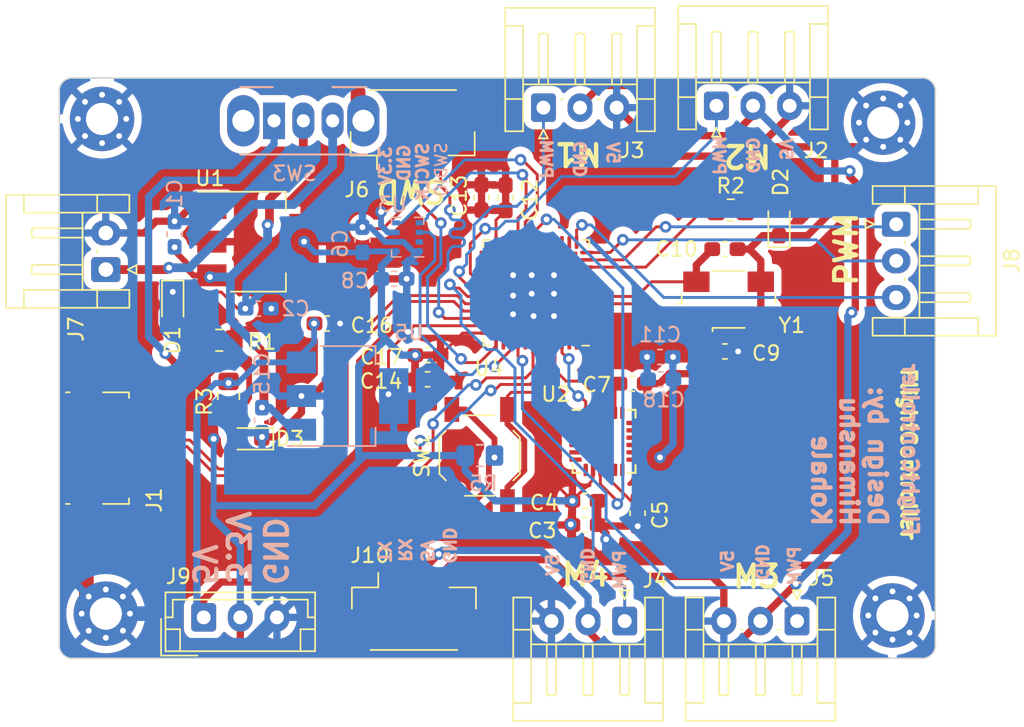
<source format=kicad_pcb>
(kicad_pcb (version 20221018) (generator pcbnew)
  (layers (0 "F.Cu" signal) (31 "B.Cu" signal) (34 "B.Paste" user) (35 "F.Paste" user) (36 "B.SilkS" user "B.Silkscreen") (37 "F.SilkS" user "F.Silkscreen") (38 "B.Mask" user) (39 "F.Mask" user) (44 "Edge.Cuts" user))
  (net 0 "")
  (net 1 "GND")
  (net 2 "Net-(U2-REGOUT)")
  (net 3 "Net-(U2-CPOUT)")
  (net 4 "USB_N")
  (net 5 "USB_P")
  (net 6 "PWM1")
  (net 7 "PWM2")
  (net 8 "PWM3")
  (net 9 "PWM4")
  (net 10 "SYS_JTMS_SWDIO")
  (net 11 "SYS_JTCK_SWCLK")
  (net 12 "Net-(D1-A)")
  (net 13 "Net-(D2-A)")
  (net 15 "PB1")
  (net 16 "Net-(U4-PA0)")
  (net 22 "PB2")
  (net 30 "SCK")
  (net 31 "MISO")
  (net 32 "MOSI")
  (net 34 "PB0")
  (net 44 "POWER")
  (net 45 "3.3V")
  (net 54 "5V")
  (net 55 "Net-(D3-A)")
  (net 56 "USB_POWER")
  (net 57 "12V_DC")
  (net 58 "PWM_E1")
  (net 59 "PWM_E2")
  (net 60 "PWM_E3")
  (net 61 "Net-(R5-Pad1)")
  (net 62 "Net-(U4-BOOT0)")
  (net 63 "SCL_I2C2")
  (net 64 "SDA_I2C2")
  (net 65 "I2C_N")
  (net 66 "I2C_P")
  (net 67 "CKL_P")
  (net 68 "CLK_N")
  (net 69 "UART_N")
  (net 70 "UART_P")
  (footprint "Capacitor_SMD:C_0603_1608Metric_Pad1.08x0.95mm_HandSolder" (layer "F.Cu") (at 118.11 77.343)
    (fp_text reference "C14")
    (fp_text value "100pf" hide)
  )
  (footprint "LED_SMD:LED_0603_1608Metric_Pad1.05x0.95mm_HandSolder" (layer "F.Cu") (at 142.113 66.661 90)
    (fp_text reference "D2")
    (fp_text value "blue" hide)
  )
  (footprint "Package_TO_SOT_SMD:SOT-223-3_TabPin2" (layer "F.Cu") (at 106.528 67.945)
    (fp_text reference "U1")
    (fp_text value "AMS1117-3.3" hide)
  )
  (footprint "Capacitor_SMD:C_0603_1608Metric_Pad1.08x0.95mm_HandSolder" (layer "F.Cu") (at 123.444 64.95 -90)
    (fp_text reference "C12")
    (fp_text value "100pf" hide)
  )
  (footprint "Resistor_SMD:R_0805_2012Metric_Pad1.20x1.40mm_HandSolder" (layer "F.Cu") (at 138.811 65.786)
    (fp_text reference "R2")
    (fp_text value "1k" hide)
  )
  (footprint "MountingHole:MountingHole_2.2mm_M2_Pad_Via" (layer "F.Cu") (at 95.885 59.563)
    (fp_text reference "H3" hide)
    (fp_text value "MountingHole_Pad" hide)
  )
  (footprint "Capacitor_SMD:C_0603_1608Metric_Pad1.08x0.95mm_HandSolder" (layer "F.Cu") (at 128.8665 87.294)
    (fp_text reference "C3")
    (fp_text value "10nf" hide)
  )
  (footprint "Connector_USB:USB_Micro-B_Molex_47346-0001" (layer "F.Cu") (at 96.012 82.042 -90)
    (fp_text reference "J1")
    (fp_text value "USB_B_Mini" hide)
  )
  (footprint "Connector_JST:JST_GH_SM04B-GHS-TB_1x04-1MP_P1.25mm_Horizontal" (layer "F.Cu") (at 117.179 93.265)
    (fp_text reference "J10")
    (fp_text value "Conn_01x04_Pin" hide)
  )
  (footprint "Resistor_SMD:R_0805_2012Metric_Pad1.20x1.40mm_HandSolder" (layer "F.Cu") (at 104.521 78.486 -90)
    (fp_text reference "R3")
    (fp_text value "1k")
  )
  (footprint "MountingHole:MountingHole_2.2mm_M2_Pad_Via" (layer "F.Cu") (at 149.225 59.817)
    (fp_text reference "H4" hide)
    (fp_text value "MountingHole_Pad" hide)
  )
  (footprint "Crystal:Crystal_SMD_0603-4Pin_6.0x3.5mm" (layer "F.Cu") (at 138.668 71.882)
    (fp_text reference "Y1")
    (fp_text value "Crystal_GND23_Small" hide)
  )
  (footprint "Package_DFN_QFN:QFN-48-1EP_7x7mm_P0.5mm_EP5.6x5.6mm" (layer "F.Cu") (at 125.538 71.436 180)
    (fp_text reference "U4")
    (fp_text value "STM32F401CBUx" hide)
  )
  (footprint "Capacitor_SMD:C_0603_1608Metric_Pad1.08x0.95mm_HandSolder" (layer "F.Cu") (at 132.453 86.487 -90)
    (fp_text reference "C5")
    (fp_text value "0.1uf" hide)
  )
  (footprint "Capacitor_SMD:C_0603_1608Metric_Pad1.08x0.95mm_HandSolder" (layer "F.Cu") (at 138.414 68.453)
    (fp_text reference "C10")
    (fp_text value "12pf" hide)
  )
  (footprint "Capacitor_SMD:C_0603_1608Metric_Pad1.08x0.95mm_HandSolder" (layer "F.Cu") (at 128.8665 85.643)
    (fp_text reference "C4")
    (fp_text value "0.1uf" hide)
  )
  (footprint "Connector_JST:JST_GH_BM04B-GHS-TBT_1x04-1MP_P1.25mm_Vertical" (layer "F.Cu") (at 117.094 60.198)
    (fp_text reference "J6")
    (fp_text value "Conn_01x04_Pin" hide)
  )
  (footprint "Capacitor_SMD:C_0603_1608Metric_Pad1.08x0.95mm_HandSolder" (layer "F.Cu") (at 118.1365 75.692)
    (fp_text reference "C17")
    (fp_text value "100pf" hide)
  )
  (footprint "Capacitor_SMD:C_0603_1608Metric_Pad1.08x0.95mm_HandSolder" (layer "F.Cu") (at 138.414 75.438)
    (fp_text reference "C9")
    (fp_text value "12pf" hide)
  )
  (footprint "Button_Switch_SMD:SW_SPST_TL3342" (layer "F.Cu") (at 121.666 82.55 90)
    (fp_text reference "SW1")
    (fp_text value "SW_Push" hide)
  )
  (footprint "Connector_JST:JST_EH_S3B-EH_1x03_P2.50mm_Horizontal" (layer "F.Cu") (at 126.024 58.7935)
    (fp_text reference "J3")
    (fp_text value "Conn_01x03_Male" hide)
  )
  (footprint "Connector_JST:JST_EH_S3B-EH_1x03_P2.50mm_Horizontal" (layer "F.Cu") (at 150.114 66.755 -90)
    (fp_text reference "J8")
    (fp_text value "Conn_01x03_Male" hide)
  )
  (footprint "MountingHole:MountingHole_2.2mm_M2_Pad_Via" (layer "F.Cu") (at 149.86 93.472)
    (fp_text reference "H2" hide)
    (fp_text value "MountingHole_Pad" hide)
  )
  (footprint "Connector_JST:JST_EH_B3B-EH-A_1x03_P2.50mm_Vertical" (layer "F.Cu") (at 102.823 93.599)
    (fp_text reference "J9")
    (fp_text value "Conn_01x03_Male" hide)
  )
  (footprint "Connector_JST:JST_EH_S2B-EH_1x02_P2.50mm_Horizontal" (layer "F.Cu") (at 96.139 69.85 90)
    (fp_text reference "J7")
    (fp_text value "Conn_01x02_Male" hide)
  )
  (footprint "LED_SMD:LED_0603_1608Metric_Pad1.05x0.95mm_HandSolder" (layer "F.Cu") (at 100.711 72.263 -90)
    (fp_text reference "D1")
    (fp_text value "GREEN" hide)
  )
  (footprint "Sensor_Motion:InvenSense_QFN-24_4x4mm_P0.5mm" (layer "F.Cu") (at 130.163 81.579)
    (fp_text reference "U2")
    (fp_text value "MPU-6050" hide)
  )
  (footprint "MountingHole:MountingHole_2.2mm_M2_Pad_Via" (layer "F.Cu") (at 96.14 93.345)
    (fp_text reference "H1" hide)
    (fp_text value "MountingHole_Pad" hide)
  )
  (footprint "Connector_JST:JST_EH_S3B-EH_1x03_P2.50mm_Horizontal" (layer "F.Cu") (at 131.572 93.853 180)
    (fp_text reference "J4")
    (fp_text value "Conn_01x03_Male" hide)
  )
  (footprint "Connector_JST:JST_EH_S3B-EH_1x03_P2.50mm_Horizontal" (layer "F.Cu") (at 143.343 93.853 180)
    (fp_text reference "J5")
    (fp_text value "Conn_01x03_Male" hide)
  )
  (footprint "Capacitor_SMD:C_0603_1608Metric_Pad1.08x0.95mm_HandSolder" (layer "F.Cu") (at 111.252 73.533)
    (fp_text reference "C16")
    (fp_text value "0.1uf" hide)
  )
  (footprint "Capacitor_SMD:C_0603_1608Metric_Pad1.08x0.95mm_HandSolder" (layer "F.Cu") (at 132.08 77.642)
    (fp_text reference "C7")
    (fp_text value "2.2nf" hide)
  )
  (footprint "Connector_JST:JST_EH_S3B-EH_1x03_P2.50mm_Horizontal" (layer "F.Cu") (at 137.835 58.6665)
    (fp_text reference "J2")
    (fp_text value "Conn_01x03_Male" hide)
  )
  (footprint "Resistor_SMD:R_0805_2012Metric_Pad1.20x1.40mm_HandSolder" (layer "F.Cu") (at 103.886 74.676 180)
    (fp_text reference "R1")
    (fp_text value "1k" hide)
  )
  (footprint "Capacitor_SMD:C_0603_1608Metric_Pad1.08x0.95mm_HandSolder" (layer "F.Cu") (at 121.793 64.9235 -90)
    (fp_text reference "C13")
    (fp_text value "100pf" hide)
  )
  (footprint "LED_SMD:LED_0603_1608Metric_Pad1.05x0.95mm_HandSolder" (layer "F.Cu") (at 105.918 81.407 180)
    (fp_text reference "D3")
    (fp_text value "RED" hide)
  )
  (footprint "Capacitor_SMD:C_0603_1608Metric_Pad1.08x0.95mm_HandSolder" (layer "B.Cu") (at 106.553 72.517 180)
    (fp_text reference "C2")
    (fp_text value "0.1uf" hide)
  )
  (footprint "Button_Switch_THT:SW_CuK_OS102011MA1QN1_SPDT_Angled" (layer "B.Cu") (at 107.628 59.69)
    (fp_text reference "SW3")
    (fp_text value "SW_SPDT" hide)
  )
  (footprint "Resistor_SMD:R_0805_2012Metric_Pad1.20x1.40mm_HandSolder" (layer "B.Cu") (at 121.682 82.55 180)
    (fp_text reference "R5")
    (fp_text value "1k")
  )
  (footprint "Package_LGA:Bosch_LGA-8_2x2.5mm_P0.65mm_ClockwisePinNumbering" (layer "B.Cu") (at 116.751 67.635 90)
    (fp_text reference "U3")
    (fp_text value "BMP280" hide)
  )
  (footprint "Capacitor_SMD:C_0603_1608Metric_Pad1.08x0.95mm_HandSolder" (layer "B.Cu") (at 115.824 70.485)
    (fp_text reference "C8")
    (fp_text value "100nf" hide)
  )
  (footprint "Capacitor_SMD:C_0603_1608Metric_Pad1.08x0.95mm_HandSolder" (layer "B.Cu") (at 133.985 75.819 180)
    (fp_text reference "C11")
    (fp_text value "100pf" hide)
  )
  (footprint "Capacitor_SMD:C_0603_1608Metric_Pad1.08x0.95mm_HandSolder" (layer "B.Cu") (at 100.838 67.437 90)
    (fp_text reference "C1")
    (fp_text value "10uf" hide)
  )
  (footprint "Capacitor_SMD:C_0603_1608Metric_Pad1.08x0.95mm_HandSolder" (layer "B.Cu") (at 106.807 80.137 -90)
    (fp_text reference "C15")
    (fp_text value "10uf" hide)
  )
  (footprint "Capacitor_SMD:C_0603_1608Metric_Pad1.08x0.95mm_HandSolder" (layer "B.Cu") (at 134.0355 77.3405 180)
    (fp_text reference "C18")
    (fp_text value "100pf" hide)
  )
  (footprint "Package_TO_SOT_SMD:SOT-223-3_TabPin2" (layer "B.Cu") (at 112.649 78.486)
    (fp_text reference "U5")
    (fp_text value "L7805" hide)
  )
  (footprint "Capacitor_SMD:C_0603_1608Metric_Pad1.08x0.95mm_HandSolder" (layer "B.Cu") (at 113.665 67.818 90)
    (fp_text reference "C6")
    (fp_text value "100nf" hide)
  )
  (gr_arc (start 151.765001 56.769) (mid 152.527 57.023) (end 152.781 57.784999) (stroke (width 0.1)) (layer "Edge.Cuts"))
  (gr_arc (start 92.964 57.784999) (mid 93.218 57.023) (end 93.979999 56.769) (stroke (width 0.1)) (layer "Edge.Cuts"))
  (gr_arc (start 152.781 95.377001) (mid 152.527 96.139) (end 151.765001 96.393) (stroke (width 0.1)) (layer "Edge.Cuts"))
  (gr_line (start 152.781 57.784999) (end 152.781 95.377001) (stroke (width 0.1)) (layer "Edge.Cuts"))
  (gr_line (start 93.979999 56.769) (end 151.765001 56.769) (stroke (width 0.1)) (layer "Edge.Cuts"))
  (gr_line (start 151.765001 96.393) (end 93.979999 96.393) (stroke (width 0.1)) (layer "Edge.Cuts"))
  (gr_line (start 92.964 95.377001) (end 92.964 57.784999) (stroke (width 0.1)) (layer "Edge.Cuts"))
  (gr_arc (start 93.979999 96.393) (mid 93.218 96.139) (end 92.964 95.377001) (stroke (width 0.1)) (layer "Edge.Cuts"))
  (gr_text "5V" (at 139.065 88.9 90) (layer "B.SilkS") (effects (font (size 0.8 0.8) (thickness 0.2) bold) (justify left bottom mirror)))
  (gr_text "SWDIO" (at 119.507 61.087 90) (layer "B.SilkS") (effects (font (size 0.8 0.8) (thickness 0.125) bold) (justify left bottom mirror)))
  (gr_text "GND" (at 106.807 91.567 -90) (layer "B.SilkS") (effects (font (size 1.5 1.5) (thickness 0.3) bold) (justify left bottom mirror)))
  (gr_text "3.3V" (at 115.697 61.341 90) (layer "B.SilkS") (effects (font (size 0.8 0.8) (thickness 0.2) bold) (justify left bottom mirror)))
  (gr_text "PWM\n" (at 125.73 63.754 -90) (layer "B.SilkS") (effects (font (size 0.8 0.8) (thickness 0.2) bold) (justify left bottom mirror)))
  (gr_text "GND" (at 119.126 90.043 -90) (layer "B.SilkS") (effects (font (size 0.8 0.8) (thickness 0.2) bold) (justify left bottom mirror)))
  (gr_text "RX\n" (at 116.078 89.916 -90) (layer "B.SilkS") (effects (font (size 0.8 0.8) (thickness 0.2) bold) (justify left bottom mirror)))
  (gr_text "5V" (at 142.113 62.484 -90) (layer "B.SilkS") (effects (font (size 0.8 0.8) (thickness 0.2) bold) (justify left bottom mirror)))
  (gr_text "PWM\n" (at 137.541 63.5 -90) (layer "B.SilkS") (effects (font (size 0.8 0.8) (thickness 0.2) bold) (justify left bottom mirror)))
  (gr_text "3.3V" (at 104.267 91.44 -90) (layer "B.SilkS") (effects (font (size 1.5 1.5) (thickness 0.3) bold) (justify left bottom mirror)))
  (gr_text "GND" (at 140.843 60.706 90) (layer "B.SilkS") (effects (font (size 0.8 0.8) (thickness 0.2) bold) (justify left bottom mirror)))
  (gr_text "5V" (at 130.302 62.738 -90) (layer "B.SilkS") (effects (font (size 0.8 0.8) (thickness 0.2) bold) (justify left bottom mirror)))
  (gr_text "GND" (at 116.967 61.214 90) (layer "B.SilkS") (effects (font (size 0.8 0.8) (thickness 0.2) bold) (justify left bottom mirror)))
  (gr_text "5V" (at 101.981 91.567 -90) (layer "B.SilkS") (effects (font (size 1.5 1.5) (thickness 0.3) bold) (justify left bottom mirror)))
  (gr_text "Design by:\nHimanshu\nKohale" (at 144.272 87.503 270) (layer "B.SilkS") (effects (font (size 1.2 1.2) (thickness 0.3) bold) (justify left bottom mirror)))
  (gr_text "GND" (at 129.032 60.96 90) (layer "B.SilkS") (effects (font (size 0.8 0.8) (thickness 0.2) bold) (justify left bottom mirror)))
  (gr_text "PWM\n" (at 143.637 88.646 90) (layer "B.SilkS") (effects (font (size 0.8 0.8) (thickness 0.2) bold) (justify left bottom mirror)))
  (gr_text "PWM\n" (at 131.699 88.9 90) (layer "B.SilkS") (effects (font (size 0.8 0.8) (thickness 0.2) bold) (justify left bottom mirror)))
  (gr_text "5V" (at 127.127 89.154 90) (layer "B.SilkS") (effects (font (size 0.8 0.8) (thickness 0.2) bold) (justify left bottom mirror)))
  (gr_text "FlightController\n" (at 150.495 88.138 -90) (layer "B.SilkS") (effects (font (size 1 1) (thickness 0.25) bold) (justify left bottom mirror)))
  (gr_text "5V" (at 117.602 89.916 -90) (layer "B.SilkS") (effects (font (size 0.8 0.8) (thickness 0.2) bold) (justify left bottom mirror)))
  (gr_text "GND" (at 140.462 91.186 -90) (layer "B.SilkS") (effects (font (size 0.8 0.8) (thickness 0.2) bold) (justify left bottom mirror)))
  (gr_text "SWCLK\n" (at 118.237 61.087 90) (layer "B.SilkS") (effects (font (size 0.8 0.8) (thickness 0.2) bold) (justify left bottom mirror)))
  (gr_text "GND" (at 128.524 91.44 -90) (layer "B.SilkS") (effects (font (size 0.8 0.8) (thickness 0.2) bold) (justify left bottom mirror)))
  (gr_text "TX\n" (at 114.681 89.916 -90) (layer "B.SilkS") (effects (font (size 0.8 0.8) (thickness 0.2) bold) (justify left bottom mirror)))
  (gr_text "PWM\n" (at 147.574 71.12 90) (layer "F.SilkS") (effects (font (size 1.5 1.5) (thickness 0.3) bold) (justify left bottom)))
  (gr_text "M4" (at 127.127 91.567) (layer "F.SilkS") (effects (font (size 1.5 1.5) (thickness 0.3) bold) (justify left bottom)))
  (gr_text "M1" (at 130.175 61.087 180) (layer "F.SilkS") (effects (font (size 1.5 1.5) (thickness 0.3) bold) (justify left bottom)))
  (gr_text "FlightController\n" (at 150.368 76.454 -90) (layer "F.SilkS") (effects (font (size 1 1) (thickness 0.25) bold) (justify left bottom)))
  (gr_text "M2\n" (at 141.732 61.214 180) (layer "F.SilkS") (effects (font (size 1.5 1.5) (thickness 0.3) bold) (justify left bottom)))
  (gr_text "M3\n" (at 138.811 91.694) (layer "F.SilkS") (effects (font (size 1.5 1.5) (thickness 0.3) bold) (justify left bottom)))
  (gr_text "SWD" (at 119.507 63.627 180) (layer "F.SilkS") (effects (font (size 1.5 1.5) (thickness 0.3) bold) (justify left bottom)))
  (segment (start 126.572 91.995) (end 127.762 90.805) (width 0.5) (layer "F.Cu") (net 1))
  (segment (start 142.113 67.536) (end 144.046 67.536) (width 0.5) (layer "F.Cu") (net 1))
  (segment (start 138.343 91.607) (end 137.922 91.186) (width 0.5) (layer "F.Cu") (net 1))
  (segment (start 104.027 71.388) (end 100.711 71.388) (width 0.2) (layer "F.Cu") (net 1))
  (segment (start 127.788 74.8735) (end 127.788 73.686) (width 0.2) (layer "F.Cu") (net 1))
  (segment (start 129.729 87.294) (end 130.302 87.867) (width 0.5) (layer "F.Cu") (net 1))
  (segment (start 137.541 90.805) (end 137.922 91.186) (width 0.5) (layer "F.Cu") (net 1))
  (segment (start 116.7765 74.1045) (end 117.195 73.686) (width 0.2) (layer "F.Cu") (net 1))
  (segment (start 139.2765 75.438) (end 139.319 75.438) (width 0.5) (layer "F.Cu") (net 1))
  (segment (start 97.387 83.427) (end 97.387 84.5295) (width 0.4) (layer "F.Cu") (net 1))
  (segment (start 127.762 90.805) (end 137.541 90.805) (width 0.5) (layer "F.Cu") (net 1))
  (segment (start 109.499 79.604) (end 109.499 78.486) (width 0.5) (layer "F.Cu") (net 1))
  (segment (start 140.081 62.103) (end 140.716 61.468) (width 0.5) (layer "F.Cu") (net 1))
  (segment (start 126.288 70.686) (end 125.538 71.436) (width 0.2) (layer "F.Cu") (net 1))
  (segment (start 147.574 61.468) (end 149.225 59.817) (width 0.5) (layer "F.Cu") (net 1))
  (segment (start 115.062 67.056) (end 113.7655 67.056) (width 0.2) (layer "F.Cu") (net 1))
  (segment (start 126.572 93.853) (end 126.572 91.995) (width 0.5) (layer "F.Cu") (net 1))
  (segment (start 145.923 65.659) (end 145.923 61.849) (width 0.5) (layer "F.Cu") (net 1))
  (segment (start 122.1005 73.686) (end 123.288 73.686) (width 0.2) (layer "F.Cu") (net 1))
  (segment (start 99.568 66.548) (end 98.766 67.35) (width 0.5) (layer "F.Cu") (net 1))
  (segment (start 134.62 76.962) (end 137.7525 76.962) (width 0.5) (layer "F.Cu") (net 1))
  (segment (start 105.664 72.517) (end 105.156 72.517) (width 0.2) (layer "F.Cu") (net 1))
  (segment (start 101.868 65.645) (end 100.965 66.548) (width 0.5) (layer "F.Cu") (net 1))
  (segment (start 119.054 90.623) (end 120.015 89.662) (width 0.5) (layer "F.Cu") (net 1))
  (segment (start 100.838 66.548) (end 99.568 66.548) (width 0.5) (layer "F.Cu") (net 1))
  (segment (start 132.461 87.376) (end 129.7845 87.3495) (width 0.5) (layer "F.Cu") (net 1))
  (segment (start 120.015 89.662) (end 126.619 89.662) (width 0.5) (layer "F.Cu") (net 1))
  (segment (start 116.469 62.148) (end 116.469 65.649) (width 0.2) (layer "F.Cu") (net 1))
  (segment (start 126.619 89.662) (end 127.762 90.805) (width 0.5) (layer "F.Cu") (net 1))
  (segment (start 128.9755 70.686) (end 126.288 70.686) (width 0.2) (layer "F.Cu") (net 1))
  (segment (start 140.868 74.397) (end 140.868 73.082) (width 0.5) (layer "F.Cu") (net 1))
  (segment (start 123.288 73.686) (end 125.538 71.436) (width 0.2) (layer "F.Cu") (net 1))
  (segment (start 146.431 90.043) (end 149.86 93.472) (width 0.5) (layer "F.Cu") (net 1))
  (segment (start 140.716 61.468) (end 142.835 59.349) (width 0.5) (layer "F.Cu") (net 1))
  (segment (start 138.343 93.853) (end 138.343 91.607) (width 0.5) (layer "F.Cu") (net 1))
  (segment (start 112.1145 73.533) (end 112.141 73.533) (width 0.5) (layer "F.Cu") (net 1))
  (segment (start 140.716 61.468) (end 147.193 61.468) (width 0.5) (layer "F.Cu") (net 1))
  (segment (start 129.7845 87.3495) (end 129.729 87.294) (width 0.5) (layer "F.Cu") (net 1))
  (segment (start 142.113 67.536) (end 140.998 67.536) (width 0.5) (layer "F.Cu") (net 1))
  (segment (start 140.868 70.682) (end 140.868 73.082) (width 0.5) (layer "F.Cu") (net 1))
  (segment (start 105.156 72.517) (end 104.027 71.388) (width 0.2) (layer "F.Cu") (net 1))
  (segment (start 95.6995 79.5545) (end 94.812 78.667) (width 1) (layer "F.Cu") (net 1))
  (segment (start 119.054 91.415) (end 119.054 90.623) (width 0.5) (layer "F.Cu") (net 1))
  (segment (start 145.923 61.849) (end 146.304 61.468) (width 0.5) (layer "F.Cu") (net 1))
  (segment (start 113.7655 67.056) (end 113.665 66.9555) (width 0.2) (layer "F.Cu") (net 1))
  (segment (start 130.302 87.867) (end 130.302 88.265) (width 0.5) (layer "F.Cu") (net 1))
  (segment (start 97.387 79.5545) (end 95.6995 79.5545) (width 1) (layer "F.Cu") (net 1))
  (segment (start 140.081 68.453) (end 140.868 69.24) (width 0.5) (layer "F.Cu") (net 1))
  (segment (start 140.998 67.536) (end 140.081 68.453) (width 0.5) (layer "F.Cu") (net 1))
  (segment (start 111.379 74.2685) (end 112.1145 73.533) (width 0.5) (layer "F.Cu") (net 1))
  (segment (start 94.812 92.017) (end 96.14 93.345) (width 1) (layer "F.Cu") (net 1))
  (segment (start 127.788 73.686) (end 125.538 71.436) (width 0.2) (layer "F.Cu") (net 1))
  (segment (start 132.453 87.3495) (end 132.461 87.376) (width 0.5) (layer "F.Cu") (net 1))
  (segment (start 94.812 85.417) (end 94.812 78.667) (width 1) (layer "F.Cu") (net 1))
  (segment (start 146.304 61.468) (end 147.193 61.468) (width 0.5) (layer "F.Cu") (net 1))
  (segment (start 94.812 85.417) (end 94.812 92.017) (width 1) (layer "F.Cu") (net 1))
  (segment (start 123.288 67.9985) (end 123.288 69.186) (width 0.2) (layer "F.Cu") (net 1))
  (segment (start 107.823 81.28) (end 109.499 79.604) (width 0.5) (layer "F.Cu") (net 1))
  (segment (start 98.766 67.35) (end 96.139 67.35) (width 0.5) (layer "F.Cu") (net 1))
  (segment (start 131.024 58.7935) (end 134.3335 62.103) (width 0.5) (layer "F.Cu") (net 1))
  (segment (start 97.472 83.342) (end 97.387 83.427) (width 0.4) (layer "F.Cu") (net 1))
  (segment (start 144.046 67.536) (end 145.923 65.659) (width 0.5) (layer "F.Cu") (net 1))
  (segment (start 103.378 65.645) (end 101.868 65.645) (width 0.5) (layer "F.Cu") (net 1))
  (segment (start 123.288 69.186) (end 125.538 71.436) (width 0.2) (layer "F.Cu") (net 1))
  (segment (start 133.94 77.642) (end 134.62 76.962) (width 0.5) (layer "F.Cu") (net 1))
  (segment (start 95.6995 84.5295) (end 94.812 85.417) (width 1) (layer "F.Cu") (net 1))
  (segment (start 139.2765 68.453) (end 140.081 68.453) (width 0.5) (layer "F.Cu") (net 1))
  (segment (start 142.835 59.349) (end 142.835 58.6665) (width 0.5) (layer "F.Cu") (net 1))
  (segment (start 116.469 65.649) (end 115.062 67.056) (width 0.2) (layer "F.Cu") (net 1))
  (segment (start 106.807 81.28) (end 107.823 81.28) (width 0.5) (layer "F.Cu") (net 1))
  (segment (start 112.141 73.533) (end 115.189 70.485) (width 0.5) (layer "F.Cu") (net 1))
  (segment (start 129.729 85.643) (end 129.729 87.294) (width 0.5) (layer "F.Cu") (net 1))
  (segment (start 140.868 69.24) (end 140.868 70.682) (width 0.5) (layer "F.Cu") (net 1))
  (segment (start 134.3335 62.103) (end 140.081 62.103) (width 0.5) (layer "F.Cu") (net 1))
  (segment (start 132.113 80.329) (end 132.523 80.329) (width 0.2) (layer "F.Cu") (net 1))
  (segment (start 137.7525 76.962) (end 139.2765 75.438) (width 0.5) (layer "F.Cu") (net 1))
  (segment (start 117.195 73.686) (end 122.1005 73.686) (width 0.2) (layer "F.Cu") (net 1))
  (segment (start 115.443 75.438) (end 116.7765 74.1045) (width 0.2) (layer "F.Cu") (net 1))
  (segment (start 147.193 61.468) (end 147.574 61.468) (width 0.5) (layer "F.Cu") (net 1))
  (segment (start 132.523 80.329) (end 132.9425 79.9095) (width 0.2) (layer "F.Cu") (net 1))
  (segment (start 115.443 78.359) (end 115.443 75.438) (width 0.2) (layer "F.Cu") (net 1))
  (segment (start 139.319 75.438) (end 139.827 75.438) (width 0.5) (layer "F.Cu") (net 1))
  (segment (start 137.541 90.805) (end 138.303 90.043) (width 0.5) (layer "F.Cu") (net 1))
  (segment (start 97.387 84.5295) (end 95.6995 84.5295) (width 1) (layer "F.Cu") (net 1))
  (segment (start 139.827 75.438) (end 140.868 74.397) (width 0.5) (layer "F.Cu") (net 1))
  (segment (start 110.236 78.486) (end 111.379 77.343) (width 0.5) (layer "F.Cu") (net 1))
  (segment (start 132.9425 77.642) (end 133.94 77.642) (width 0.5) (layer "F.Cu") (net 1))
  (segment (start 138.303 90.043) (end 146.431 90.043) (width 0.5) (layer "F.Cu") (net 1))
  (segment (start 109.499 78.486) (end 110.236 78.486) (width 0.5) (layer "F.Cu") (net 1))
  (segment (start 111.379 77.343) (end 111.379 74.2685) (width 0.5) (layer "F.Cu") (net 1))
  (segment (start 132.9425 79.9095) (end 132.9425 77.642) (width 0.2) (layer "F.Cu") (net 1))
  (segment (start 115.189 70.485) (end 116.6865 70.485) (width 0.5) (layer "F.Cu") (net 1))
  (segment (start 100.965 66.548) (end 100.838 66.548) (width 0.5) (layer "F.Cu") (net 1))
  (via (at 123.952 70.231) (size 0.8) (drill 0.4) (layers "F.Cu" "B.Cu") (net 1))
  (via (at 130.302 88.265) (size 0.8) (drill 0.4) (layers "F.Cu" "B.Cu") (net 1))
  (via (at 113.665 66.9555) (size 0.8) (drill 0.4) (layers "F.Cu" "B.Cu") (net 1))
  (via (at 109.499 78.486) (size 0.8) (drill 0.4) (layers "F.Cu" "B.Cu") (net 1))
  (via (at 112.141 73.533) (size 0.8) (drill 0.4) (layers "F.Cu" "B.Cu") (net 1))
  (via (at 139.319 75.438) (size 0.8) (drill 0.4) (layers "F.Cu" "B.Cu") (net 1))
  (via (at 126.746 71.501) (size 0.8) (drill 0.4) (layers "F.Cu" "B.Cu") (net 1))
  (via (at 100.711 71.374) (size 0.8) (drill 0.4) (layers "F.Cu" "B.Cu") (net 1))
  (via (at 132.461 87.376) (size 0.8) (drill 0.4) (layers "F.Cu" "B.Cu") (net 1))
  (via (at 123.952 71.628) (size 0.8) (drill 0.4) (layers "F.Cu" "B.Cu") (net 1))
  (via (at 126.746 70.231) (size 0.8) (drill 0.4) (layers "F.Cu" "B.Cu") (net 1))
  (via (at 125.222 71.501) (size 0.8) (drill 0.4) (layers "F.Cu" "B.Cu") (net 1))
  (via (at 105.664 72.517) (size 0.8) (drill 0.4) (layers "F.Cu" "B.Cu") (net 1))
  (via (at 115.443 78.359) (size 0.8) (drill 0.4) (layers "F.Cu" "B.Cu") (net 1))
  (via (at 106.807 81.28) (size 0.8) (drill 0.4) (layers "F.Cu" "B.Cu") (net 1))
  (via (at 125.222 70.231) (size 0.8) (drill 0.4) (layers "F.Cu" "B.Cu") (net 1))
  (via (at 100.838 66.548) (size 0.8) (drill 0.4) (layers "F.Cu" "B.Cu") (net 1))
  (via (at 123.952 72.898) (size 0.8) (drill 0.4) (layers "F.Cu" "B.Cu") (net 1))
  (via (at 126.746 73.025) (size 0.8) (drill 0.4) (layers "F.Cu" "B.Cu") (net 1))
  (via (at 116.7765 74.1045) (size 0.8) (drill 0.4) (layers "F.Cu" "B.Cu") (net 1))
  (via (at 116.6865 70.485) (size 0.8) (drill 0.4) (layers "F.Cu" "B.Cu") (net 1))
  (via (at 125.349 73.025) (size 0.8) (drill 0.4) (layers "F.Cu" "B.Cu") (net 1))
  (segment (start 105.918 95.504) (end 107.823 93.599) (width 1) (layer "B.Cu") (net 1))
  (segment (start 116.6865 69.4745) (end 117.551 68.61) (width 0.5) (layer "B.Cu") (net 1))
  (segment (start 123.143 90.424) (end 126.572 93.853) (width 0.5) (layer "B.Cu") (net 1))
  (segment (start 110.109 70.993) (end 112.141 73.025) (width 0.5) (layer "B.Cu") (net 1))
  (segment (start 110.998 90.424) (end 123.143 90.424) (width 0.5) (layer "B.Cu") (net 1))
  (segment (start 107.188 70.993) (end 110.109 70.993) (width 0.5) (layer "B.Cu") (net 1))
  (segment (start 105.6905 72.517) (end 105.6905 72.4905) (width 0.5) (layer "B.Cu") (net 1))
  (segment (start 116.6865 74.0145) (end 116.7765 74.1045) (width 0.5) (layer "B.Cu") (net 1))
  (segment (start 101.219 95.504) (end 105.918 95.504) (width 1) (layer "B.Cu") (net 1))
  (segment (start 99.06 93.345) (end 101.219 95.504) (width 1) (layer "B.Cu") (net 1))
  (segment (start 114.1995 66.9555) (end 113.665 66.9555) (width 0.4) (layer "B.Cu") (net 1))
  (segment (start 117.551 68.61) (end 117.124 68.61) (width 0.4) (layer "B.Cu") (net 1))
  (segment (start 115.204 67.96) (end 114.1995 66.9555) (width 0.4) (layer "B.Cu") (net 1))
  (segment (start 117.124 68.61) (end 116.474 67.96) (width 0.4) (layer "B.Cu") (net 1))
  (segment (start 112.141 73.025) (end 112.141 73.533) (width 0.5) (layer "B.Cu") (net 1))
  (segment (start 116.474 67.96) (end 115.951 67.96) (width 0.4) (layer "B.Cu") (net 1))
  (segment (start 115.951 67.96) (end 115.204 67.96) (width 0.4) (layer "B.Cu") (net 1))
  (segment (start 116.6865 70.485) (end 116.6865 69.4745) (width 0.5) (layer "B.Cu") (net 1))
  (segment (start 116.6865 70.485) (end 116.6865 74.0145) (width 0.5) (layer "B.Cu") (net 1))
  (segment (start 105.6905 72.4905) (end 107.188 70.993) (width 0.5) (layer "B.Cu") (net 1))
  (segment (start 96.14 93.345) (end 99.06 93.345) (width 1) (layer "B.Cu") (net 1))
  (segment (start 107.823 93.599) (end 110.998 90.424) (width 0.5) (layer "B.Cu") (net 1))
  (segment (start 130.413 83.529) (end 130.413 84.058) (width 0.2) (layer "F.Cu") (net 2))
  (segment (start 131.9795 85.6245) (end 132.453 85.6245) (width 0.2) (layer "F.Cu") (net 2))
  (segment (start 130.413 84.058) (end 131.9795 85.6245) (width 0.2) (layer "F.Cu") (net 2))
  (segment (start 130.913 77.9465) (end 131.2175 77.642) (width 0.2) (layer "F.Cu") (net 3))
  (segment (start 130.913 79.629) (end 130.913 77.9465) (width 0.2) (layer "F.Cu") (net 3))
  (segment (start 108.894 82.768) (end 108.894 83.168) (width 0.2) (layer "F.Cu") (net 4))
  (segment (start 120.7 72.186) (end 122.1005 72.186) (width 0.2) (layer "F.Cu") (net 4))
  (segment (start 107.694 82.768) (end 107.694 83.168) (width 0.2) (layer "F.Cu") (net 4))
  (segment (start 120.142 71.628) (end 120.7 72.186) (width 0.2) (layer "F.Cu") (net 4))
  (segment (start 110.2698 83.468) (end 112.17 81.5678) (width 0.2) (layer "F.Cu") (net 4))
  (segment (start 107.094 83.168) (end 107.094 82.768) (width 0.2) (layer "F.Cu") (net 4))
  (segment (start 103.8522 83.468) (end 104.394 83.468) (width 0.2) (layer "F.Cu") (net 4))
  (segment (start 106.494 82.768) (end 106.494 83.168) (width 0.2) (layer "F.Cu") (net 4))
  (segment (start 112.17 75.5988) (end 116.1408 71.628) (width 0.2) (layer "F.Cu") (net 4))
  (segment (start 104.694 83.168) (end 104.694 82.768) (width 0.2) (layer "F.Cu") (net 4))
  (segment (start 101.8762 81.492) (end 103.8522 83.468) (width 0.2) (layer "F.Cu") (net 4))
  (segment (start 112.17 81.5678) (end 112.17 75.5988) (width 0.2) (layer "F.Cu") (net 4))
  (segment (start 109.194 83.468) (end 109.713615 83.468) (width 0.2) (layer "F.Cu") (net 4))
  (segment (start 105.294 82.768) (end 105.294 83.168) (width 0.2) (layer "F.Cu") (net 4))
  (segment (start 97.472 81.392) (end 98.507001 81.392) (width 0.2) (layer "F.Cu") (net 4))
  (segment (start 116.1408 71.628) (end 120.142 71.628) (width 0.2) (layer "F.Cu") (net 4))
  (segment (start 108.294 83.168) (end 108.294 82.768) (width 0.2) (layer "F.Cu") (net 4))
  (segment (start 98.507001 81.392) (end 98.607001 81.492) (width 0.2) (layer "F.Cu") (net 4))
  (segment (start 105.894 83.168) (end 105.894 82.768) (width 0.2) (layer "F.Cu") (net 4))
  (segment (start 98.607001 81.492) (end 101.8762 81.492) (width 0.2) (layer "F.Cu") (net 4))
  (segment (start 109.713615 83.468) (end 110.2698 83.468) (width 0.2) (layer "F.Cu") (net 4))
  (arc (start 104.694 82.768) (mid 104.781868 82.555868) (end 104.994 82.468) (width 0.2) (layer "F.Cu") (net 4))
  (arc (start 106.494 83.168) (mid 106.581868 83.380132) (end 106.794 83.468) (width 0.2) (layer "F.Cu") (net 4))
  (arc (start 107.694 83.168) (mid 107.781868 83.380132) (end 107.994 83.468) (width 0.2) (layer "F.Cu") (net 4))
  (arc (start 107.994 83.468) (mid 108.206132 83.380132) (end 108.294 83.168) (width 0.2) (layer "F.Cu") (net 4))
  (arc (start 104.994 82.468) (mid 105.206132 82.555868) (end 105.294 82.768) (width 0.2) (layer "F.Cu") (net 4))
  (arc (start 107.394 82.468) (mid 107.606132 82.555868) (end 107.694 82.768) (width 0.2) (layer "F.Cu") (net 4))
  (arc (start 107.094 82.768) (mid 107.181868 82.555868) (end 107.394 82.468) (width 0.2) (layer "F.Cu") (net 4))
  (arc (start 105.294 83.168) (mid 105.381868 83.380132) (end 105.594 83.468) (width 0.2) (layer "F.Cu") (net 4))
  (arc (start 108.594 82.468) (mid 108.806132 82.555868) (end 108.894 82.768) (width 0.2) (layer "F.Cu") (net 4))
  (arc (start 104.394 83.468) (mid 104.606132 83.380132) (end 104.694 83.168) (width 0.2) (layer "F.Cu") (net 4))
  (arc (start 108.894 83.168) (mid 108.981868 83.380132) (end 109.194 83.468) (width 0.2) (layer "F.Cu") (net 4))
  (arc (start 108.294 82.768) (mid 108.381868 82.555868) (end 108.594 82.468) (width 0.2) (layer "F.Cu") (net 4))
  (arc (start 106.194 82.468) (mid 106.406132 82.555868) (end 106.494 82.768) (width 0.2) (layer "F.Cu") (net 4))
  (arc (start 106.794 83.468) (mid 107.006132 83.380132) (end 107.094 83.168) (width 0.2) (layer "F.Cu") (net 4))
  (arc (start 105.594 83.468) (mid 105.806132 83.380132) (end 105.894 83.168) (width 0.2) (layer "F.Cu") (net 4))
  (arc (start 105.894 82.768) (mid 105.981868 82.555868) (end 106.194 82.468) (width 0.2) (layer "F.Cu") (net 4))
  (segment (start 110.4562 83.918) (end 103.6658 83.918) (width 0.2) (layer "F.Cu") (net 5))
  (segment (start 119.907 72.028) (end 116.3772 72.028) (width 0.2) (layer "F.Cu") (net 5))
  (segment (start 120.565 72.686) (end 119.907 72.028) (width 0.2) (layer "F.Cu") (net 5))
  (segment (start 122.1005 72.686) (end 120.565 72.686) (width 0.2) (layer "F.Cu") (net 5))
  (segment (start 112.62 75.7852) (end 112.62 81.7542) (width 0.2) (layer "F.Cu") (net 5))
  (segment (start 116.3772 72.028) (end 112.62 75.7852) (width 0.2) (layer "F.Cu") (net 5))
  (segment (start 112.62 81.7542) (end 110.4562 83.918) (width 0.2) (layer "F.Cu") (net 5))
  (segment (start 98.607001 81.942) (end 98.507001 82.042) (width 0.2) (layer "F.Cu") (net 5))
  (segment (start 98.507001 82.042) (end 97.472 82.042) (width 0.2) (layer "F.Cu") (net 5))
  (segment (start 103.6658 83.918) (end 101.6898 81.942) (width 0.2) (layer "F.Cu") (net 5))
  (segment (start 101.6898 81.942) (end 98.607001 81.942) (width 0.2) (layer "F.Cu") (net 5))
  (segment (start 121.613 70.686) (end 121.031 70.104) (width 0.2) (layer "F.Cu") (net 6))
  (segment (start 121.031 68.072) (end 122.047 67.056) (width 0.2) (layer "F.Cu") (net 6))
  (segment (start 122.1005 70.686) (end 121.613 70.686) (width 0.2) (layer "F.Cu") (net 6))
  (segment (start 121.031 70.104) (end 121.031 68.072) (width 0.2) (layer "F.Cu") (net 6))
  (via (at 122.047 67.056) (size 0.8) (drill 0.4) (layers "F.Cu" "B.Cu") (net 6))
  (segment (start 123.444 66.548) (end 124.206 66.548) (width 0.2) (layer "B.Cu") (net 6))
  (segment (start 124.206 66.548) (end 127.254 63.5) (width 0.2) (layer "B.Cu") (net 6))
  (segment (start 127.254 63.5) (end 135.001 63.5) (width 0.2) (layer "B.Cu") (net 6))
  (segment (start 122.047 67.056) (end 122.936 67.056) (width 0.2) (layer "B.Cu") (net 6))
  (segment (start 137.835 60.666) (end 137.835 58.6665) (width 0.2) (layer "B.Cu") (net 6))
  (segment (start 135.001 63.5) (end 137.835 60.666) (width 0.2) (layer "B.Cu") (net 6))
  (segment (start 122.936 67.056) (end 123.444 66.548) (width 0.2) (layer "B.Cu") (net 6))
  (segment (start 120.777 70.866) (end 120.269 70.358) (width 0.2) (layer "F.Cu") (net 7))
  (segment (start 120.269 70.358) (end 120.269 69.977) (width 0.2) (layer "F.Cu") (net 7))
  (segment (start 122.1005 71.186) (end 121.097 71.186) (width 0.2) (layer "F.Cu") (net 7))
  (segment (start 121.097 71.186) (end 120.777 70.866) (width 0.2) (layer "F.Cu") (net 7))
  (via (at 120.269 69.977) (size 0.8) (drill 0.4) (layers "F.Cu" "B.Cu") (net 7))
  (segment (start 126.024 63.714) (end 126.024 58.7935) (width 0.2) (layer "B.Cu") (net 7))
  (segment (start 120.777 69.469) (end 120.777 68.834) (width 0.2) (layer "B.Cu") (net 7))
  (segment (start 120.777 68.834) (end 121.285 68.326) (width 0.2) (layer "B.Cu") (net 7))
  (segment (start 124.206 65.532) (end 126.024 63.714) (width 0.2) (layer "B.Cu") (net 7))
  (segment (start 122.555 65.532) (end 124.206 65.532) (width 0.2) (layer "B.Cu") (net 7))
  (segment (start 121.285 68.326) (end 121.285 66.802) (width 0.2) (layer "B.Cu") (net 7))
  (segment (start 121.285 66.802) (end 122.555 65.532) (width 0.2) (layer "B.Cu") (net 7))
  (segment (start 120.269 69.977) (end 120.777 69.469) (width 0.2) (layer "B.Cu") (net 7))
  (segment (start 120.835 71.686) (end 122.1005 71.686) (width 0.2) (layer "F.Cu") (net 8))
  (segment (start 119.634 70.866) (end 119.888 71.12) (width 0.2) (layer "F.Cu") (net 8))
  (segment (start 119.888 71.12) (end 120.269 71.12) (width 0.2) (layer "F.Cu") (net 8))
  (segment (start 120.269 71.12) (end 120.835 71.686) (width 0.2) (layer "F.Cu") (net 8))
  (via (at 119.634 70.866) (size 0.8) (drill 0.4) (layers "F.Cu" "B.Cu") (net 8))
  (segment (start 124.079 76.581) (end 124.079 80.264) (width 0.2) (layer "B.Cu") (net 8))
  (segment (start 119.634 70.866) (end 120.396 71.628) (width 0.2) (layer "B.Cu") (net 8))
  (segment (start 129.413 89.408) (end 131.572 91.567) (width 0.2) (layer "B.Cu") (net 8))
  (segment (start 120.396 73.533) (end 122.174 75.311) (width 0.2) (layer "B.Cu") (net 8))
  (segment (start 129.413 85.598) (end 129.413 89.408) (width 0.2) (layer "B.Cu") (net 8))
  (segment (start 122.809 75.311) (end 124.079 76.581) (width 0.2) (layer "B.Cu") (net 8))
  (segment (start 120.396 71.628) (end 120.396 73.533) (width 0.2) (layer "B.Cu") (net 8))
  (segment (start 122.174 75.311) (end 122.809 75.311) (width 0.2) (layer "B.Cu") (net 8))
  (segment (start 131.572 91.567) (end 131.572 93.853) (width 0.2) (layer "B.Cu") (net 8))
  (segment (start 124.079 80.264) (end 129.413 85.598) (width 0.2) (layer "B.Cu") (net 8))
  (segment (start 124.288 75.774) (end 124.587 76.073) (width 0.2) (layer "F.Cu") (net 9))
  (segment (start 124.288 74.8735) (end 124.288 75.774) (width 0.2) (layer "F.Cu") (net 9))
  (via (at 124.587 76.073) (size 0.8) (drill 0.4) (layers "F.Cu" "B.Cu") (net 9))
  (segment (start 143.343 93.178) (end 143.343 93.853) (width 0.2) (layer "B.Cu") (net 9))
  (segment (start 124.587 79.375) (end 130.302 85.09) (width 0.2) (layer "B.Cu") (net 9))
  (segment (start 130.302 85.09) (end 130.302 86.868) (width 0.2) (layer "B.Cu") (net 9))
  (segment (start 124.587 76.073) (end 124.587 79.375) (width 0.2) (layer "B.Cu") (net 9))
  (segment (start 135.001 91.567) (end 141.605 91.567) (width 0.2) (layer "B.Cu") (net 9))
  (segment (start 130.302 86.868) (end 135.001 91.567) (width 0.2) (layer "B.Cu") (net 9))
  (segment (start 141.605 91.567) (end 143.343 93.305) (width 0.2) (layer "B.Cu") (net 9))
  (segment (start 143.343 93.305) (end 143.343 93.853) (width 0.2) (layer "B.Cu") (net 9))
  (segment (start 119.634 65.786) (end 119.634 64.77) (width 0.2) (layer "F.Cu") (net 10))
  (segment (start 119.287 73.186) (end 122.1005 73.186) (width 0.2) (layer "F.Cu") (net 10))
  (segment (start 118.999 62.178) (end 118.969 62.148) (width 0.2) (layer "F.Cu") (net 10))
  (segment (start 118.872 72.771) (end 119.287 73.186) (width 0.2) (layer "F.Cu") (net 10))
  (segment (start 119.634 64.77) (end 118.999 64.135) (width 0.2) (layer "F.Cu") (net 10))
  (segment (start 118.999 64.135) (end 118.999 62.178) (width 0.2) (layer "F.Cu") (net 10))
  (via (at 118.872 72.771) (size 0.8) (drill 0.4) (layers "F.Cu" "B.Cu") (net 10))
  (via (at 119.634 65.786) (size 0.8) (drill 0.4) (layers "F.Cu" "B.Cu") (net 10))
  (segment (start 119.507 69.85) (end 118.872 70.485) (width 0.2) (layer "B.Cu") (net 10))
  (segment (start 119.934 67.667) (end 120.334 67.667) (width 0.2) (layer "B.Cu") (net 10))
  (segment (start 120.334 67.067) (end 119.934 67.067) (width 0.2) (layer "B.Cu") (net 10))
  (segment (start 119.507 68.694) (end 119.507 69.85) (width 0.2) (layer "B.Cu") (net 10))
  (segment (start 119.634 65.786) (end 119.634 66.167) (width 0.2) (layer "B.Cu") (net 10))
  (segment (start 118.872 70.485) (end 118.872 72.771) (width 0.2) (layer "B.Cu") (net 10))
  (segment (start 119.934 66.467) (end 120.334 66.467) (width 0.2) (layer "B.Cu") (net 10))
  (segment (start 120.334 68.267) (end 119.934 68.267) (width 0.2) (layer "B.Cu") (net 10))
  (segment (start 119.634 68.567) (end 119.507 68.694) (width 0.2) (layer "B.Cu") (net 10))
  (arc (start 119.934 68.267) (mid 119.721868 68.354868) (end 119.634 68.567) (width 0.2) (layer "B.Cu") (net 10))
  (arc (start 119.634 66.167) (mid 119.721868 66.379132) (end 119.934 66.467) (width 0.2) (layer "B.Cu") (net 10))
  (arc (start 120.334 66.467) (mid 120.546132 66.554868) (end 120.634 66.767) (width 0.2) (layer "B.Cu") (net 10))
  (arc (start 119.934 67.067) (mid 119.721868 67.154868) (end 119.634 67.367) (width 0.2) (layer "B.Cu") (net 10))
  (arc (start 120.634 66.767) (mid 120.546132 66.979132) (end 120.334 67.067) (width 0.2) (layer "B.Cu") (net 10))
  (arc (start 120.634 67.967) (mid 120.546132 68.179132) (end 120.334 68.267) (width 0.2) (layer "B.Cu") (net 10))
  (arc (start 120.334 67.667) (mid 120.546132 67.754868) (end 120.634 67.967) (width 0.2) (layer "B.Cu") (net 10))
  (arc (start 119.634 67.367) (mid 119.721868 67.579132) (end 119.934 67.667) (width 0.2) (layer "B.Cu") (net 10))
  (segment (start 122.788 74.8735) (end 122.788 75.078) (width 0.2) (layer "F.Cu") (net 11))
  (segment (start 117.719 65.395) (end 117.719 62.148) (width 0.2) (layer "F.Cu") (net 11))
  (segment (start 119.018 66.675) (end 118.999 66.675) (width 0.2) (layer "F.Cu") (net 11))
  (segment (start 122.788 75.078) (end 121.666 76.2) (width 0.2) (layer "F.Cu") (net 11))
  (segment (start 121.666 76.2) (end 120.65 76.2) (width 0.2) (layer "F.Cu") (net 11))
  (segment (start 118.999 66.675) (end 117.719 65.395) (width 0.2) (layer "F.Cu") (net 11))
  (segment (start 120.65 76.2) (end 120.396 75.946) (width 0.2) (layer "F.Cu") (net 11))
  (via (at 120.396 75.946) (size 0.8) (drill 0.4) (layers "F.Cu" "B.Cu") (net 11))
  (via (at 119.018 66.675) (size 0.8) (drill 0.4) (layers "F.Cu" "B.Cu") (net 11))
  (segment (start 119.018 69.45) (end 119.018 66.675) (width 0.2) (layer "B.Cu") (net 11))
  (segment (start 118.11 73.66) (end 118.11 70.358) (width 0.2) (layer "B.Cu") (net 11))
  (segment (start 120.396 75.946) (end 118.11 73.66) (width 0.2) (layer "B.Cu") (net 11))
  (segment (start 118.11 70.358) (end 119.018 69.45) (width 0.2) (layer "B.Cu") (net 11))
  (segment (start 101.219 74.676) (end 100.711 74.168) (width 0.4) (layer "F.Cu") (net 12))
  (segment (start 100.711 74.168) (end 100.711 73.138) (width 0.4) (layer "F.Cu") (net 12))
  (segment (start 102.886 74.676) (end 101.219 74.676) (width 0.4) (layer "F.Cu") (net 12))
  (segment (start 142.113 65.786) (end 139.811 65.786) (width 0.5) (layer "F.Cu") (net 13))
  (segment (start 131.064 85.655686) (end 129.913 84.504686) (width 0.2) (layer "F.Cu") (net 15))
  (segment (start 129.913 84.504686) (end 129.913 83.529) (width 0.2) (layer "F.Cu") (net 15))
  (segment (start 131.064 85.852) (end 131.064 85.655686) (width 0.2) (layer "F.Cu") (net 15))
  (segment (start 125.288 67.371) (end 125.288 67.9985) (width 0.2) (layer "F.Cu") (net 15))
  (segment (start 126.238 66.421) (end 125.288 67.371) (width 0.2) (layer "F.Cu") (net 15))
  (via (at 126.238 66.421) (size 0.8) (drill 0.4) (layers "F.Cu" "B.Cu") (net 15))
  (via (at 131.064 85.852) (size 0.8) (drill 0.4) (layers "F.Cu" "B.Cu") (net 15))
  (segment (start 131.445 85.471) (end 131.064 85.852) (width 0.2) (layer "B.Cu") (net 15))
  (segment (start 126.746 66.421) (end 131.445 71.12) (width 0.2) (layer "B.Cu") (net 15))
  (segment (start 131.445 71.12) (end 131.445 85.471) (width 0.2) (layer "B.Cu") (net 15))
  (segment (start 126.238 66.421) (end 126.746 66.421) (width 0.2) (layer "B.Cu") (net 15))
  (segment (start 133.006 69.686) (end 136.906 65.786) (width 0.2) (layer "F.Cu") (net 16))
  (segment (start 128.9755 69.686) (end 133.006 69.686) (width 0.2) (layer "F.Cu") (net 16))
  (segment (start 136.906 65.786) (end 137.811 65.786) (width 0.2) (layer "F.Cu") (net 16))
  (segment (start 124.788 66.601) (end 124.788 67.9985) (width 0.2) (layer "F.Cu") (net 22))
  (segment (start 124.46 62.357) (end 124.587 62.357) (width 0.2) (layer "F.Cu") (net 22))
  (segment (start 125.603 65.786) (end 124.788 66.601) (width 0.2) (layer "F.Cu") (net 22))
  (segment (start 125.603 63.373) (end 125.603 65.786) (width 0.2) (layer "F.Cu") (net 22))
  (segment (start 124.587 62.357) (end 125.603 63.373) (width 0.2) (layer "F.Cu") (net 22))
  (via (at 124.46 62.357) (size 0.8) (drill 0.4) (layers "F.Cu" "B.Cu") (net 22))
  (segment (start 120.65 62.357) (end 116.347 66.66) (width 0.2) (layer "B.Cu") (net 22))
  (segment (start 116.347 66.66) (end 115.951 66.66) (width 0.2) (layer "B.Cu") (net 22))
  (segment (start 124.46 62.357) (end 120.65 62.357) (width 0.2) (layer "B.Cu") (net 22))
  (segment (start 103.138 70.245) (end 102.122 70.245) (width 0.4) (layer "F.Cu") (net 44))
  (segment (start 101.6 69.723) (end 101.6 69.342) (width 0.4) (layer "F.Cu") (net 44))
  (segment (start 103.378 70.245) (end 103.364 70.245) (width 0.4) (layer "F.Cu") (net 44))
  (segment (start 103.251 70.358) (end 103.138 70.245) (width 0.4) (layer "F.Cu") (net 44))
  (segment (start 106.934 79.1475) (end 106.807 79.2745) (width 0.6) (layer "F.Cu") (net 44))
  (segment (start 103.364 70.245) (end 103.251 70.358) (width 0.4) (layer "F.Cu") (net 44))
  (segment (start 106.934 75.565) (end 106.934 79.1475) (width 0.6) (layer "F.Cu") (net 44))
  (segment (start 109.628 59.69) (end 109.601 59.69) (width 0.4) (layer "F.Cu") (net 44))
  (segment (start 109.628 62.711) (end 109.628 59.69) (width 0.6) (layer "F.Cu") (net 44))
  (segment (start 102.122 70.245) (end 101.6 69.723) (width 0.4) (layer "F.Cu") (net 44))
  (segment (start 100.838 68.58) (end 100.838 68.326) (width 0.4) (layer "F.Cu") (net 44))
  (segment (start 109.601 59.69) (end 109.474 59.817) (width 0.4) (layer "F.Cu") (net 44))
  (segment (start 107.315 66.675) (end 107.315 65.024) (width 0.6) (layer "F.Cu") (net 44))
  (segment (start 107.315 65.024) (end 109.628 62.711) (width 0.6) (layer "F.Cu") (net 44))
  (segment (start 107.188 66.802) (end 107.315 66.675) (width 0.4) (layer "F.Cu") (net 44))
  (segment (start 101.6 69.342) (end 100.838 68.58) (width 0.4) (layer "F.Cu") (net 44))
  (segment (start 106.299 74.93) (end 106.934 75.565) (width 0.6) (layer "F.Cu") (net 44))
  (via (at 106.299 74.93) (size 0.8) (drill 0.4) (layers "F.Cu" "B.Cu") (net 44))
  (via (at 107.188 66.802) (size 0.8) (drill 0.4) (layers "F.Cu" "B.Cu") (net 44))
  (via (at 106.807 79.2745) (size 0.8) (drill 0.4) (layers "F.Cu" "B.Cu") (net 44))
  (via (at 100.838 68.326) (size 0.8) (drill 0.4) (layers "F.Cu" "B.Cu") (net 44))
  (via (at 103.251 70.358) (size 0.8) (drill 0.4) (layers "F.Cu" "B.Cu") (net 44))
  (segment (start 107.3415 79.2745) (end 108.853 80.786) (width 0.5) (layer "B.Cu") (net 44))
  (segment (start 103.251 70.358) (end 104.648 70.358) (width 0.6) (layer "B.Cu") (net 44))
  (segment (start 104.648 70.358) (end 107.188 67.818) (width 0.6) (layer "B.Cu") (net 44))
  (segment (start 104.648 73.279) (end 104.648 70.358) (width 0.6) (layer "B.Cu") (net 44))
  (segment (start 107.188 67.818) (end 107.188 66.802) (width 0.6) (layer "B.Cu") (net 44))
  (segment (start 106.807 79.2745) (end 107.3415 79.2745) (width 0.5) (layer "B.Cu") (net 44))
  (segment (start 106.299 74.93) (end 104.648 73.279) (width 0.6) (layer "B.Cu") (net 44))
  (segment (start 108.853 80.786) (end 109.499 80.786) (width 0.5) (layer "B.Cu") (net 44))
  (segment (start 128.004 85.643) (end 127.889 87.249) (width 0.5) (layer "F.Cu") (net 45))
  (segment (start 123.444 65.8125) (end 122.788 66.4685) (width 0.2) (layer "F.Cu") (net 45))
  (segment (start 132.098 74.186) (end 133.096 75.184) (width 0.2) (layer "F.Cu") (net 45))
  (segment (start 129.413 83.529) (end 129.413 84.201) (width 0.2) (layer "F.Cu") (net 45))
  (segment (start 104.886 74.676) (end 105.648 73.914) (width 0.4) (layer "F.Cu") (net 45))
  (segment (start 122.788 66.4685) (end 122.788 67.9985) (width 0.2) (layer "F.Cu") (net 45))
  (segment (start 126.873 84.512) (end 126.873 84.074) (width 0.2) (layer "F.Cu") (net 45))
  (segment (start 133.985 87.884) (end 133.985 82.677) (width 0.5) (layer "F.Cu") (net 45))
  (segment (start 109.22 72.39) (end 109.093 72.517) (width 0.4) (layer "F.Cu") (net 45))
  (segment (start 104.267 76.2) (end 104.013 76.2) (width 0.4) (layer "F.Cu") (net 45))
  (segment (start 107.696 73.914) (end 108.585 73.025) (width 0.4) (layer "F.Cu") (net 45))
  (segment (start 102.87 80.137) (end 103.505 80.772) (width 0.4) (layer "F.Cu") (net 45))
  (segment (start 104.886 74.676) (end 104.886 75.581) (width 0.4) (layer "F.Cu") (net 45))
  (segment (start 120.505 74.186) (end 122.1005 74.186) (width 0.2) (layer "F.Cu") (net 45))
  (segment (start 118.9725 75.7185) (end 118.999 75.692) (width 0.5) (layer "F.Cu") (net 45))
  (segment (start 132.588 89.281) (end 133.985 87.884) (width 0.5) (layer "F.Cu") (net 45))
  (segment (start 123.4175 64.061) (end 123.444 64.0875) (width 0.4) (layer "F.Cu") (net 45))
  (segment (start 129.413 84.201) (end 128.004 85.61) (width 0.2) (layer "F.Cu") (net 45))
  (segment (start 103.505 80.772) (end 103.505 81.407) (width 0.4) (layer "F.Cu") (net 45))
  (segment (start 123.4175 65.786) (end 123.444 65.8125) (width 0.4) (layer "F.Cu") (net 45))
  (segment (start 128.004 85.643) (end 126.873 84.512) (width 0.2) (layer "F.Cu") (net 45))
  (segment (start 118.999 75.692) (end 120.505 74.186) (width 0.2) (layer "F.Cu") (net 45))
  (segment (start 133.985 82.677) (end 133.833 82.829) (width 0.2) (layer "F.Cu") (net 45))
  (segment (start 127.889 87.249) (end 128.004 87.294) (width 0.5) (layer "F.Cu") (net 45))
  (segment (start 127.889 87.249) (end 127.889 88.011) (width 0.5) (layer "F.Cu") (net 45))
  (segment (start 129.159 89.281) (end 132.588 89.281) (width 0.5) (layer "F.Cu") (net 45))
  (segment (start 117.2475 77.343) (end 117.2475 75.7185) (width 0.5) (layer "F.Cu") (net 45))
  (segment (start 114.935 62.432) (end 114.935 65.913) (width 0.2) (layer "F.Cu") (net 45))
  (segment (start 109.093 72.517) (end 107.442 72.517) (width 0.4) (layer "F.Cu") (net 45))
  (segment (start 119.126 60.452) (end 116.078 60.452) (width 0.4) (layer "F.Cu") (net 45))
  (segment (start 103.378 67.945) (end 109.678 67.945) (width 0.5) (layer "F.Cu") (net 45))
  (segment (start 121.793 63.119) (end 119.126 60.452) (width 0.4) (layer "F.Cu") (net 45))
  (segment (start 115.219 62.148) (end 114.935 62.432) (width 0.2) (layer "F.Cu") (net 45))
  (segment (start 121.793 65.786) (end 123.4175 65.786) (width 0.4) (layer "F.Cu") (net 45))
  (segment (start 121.793 64.061) (end 121.793 63.119) (width 0.4) (layer "F.Cu") (net 45))
  (segment (start 105.648 73.914) (end 107.696 73.914) (width 0.4) (layer "F.Cu") (net 45))
  (segment (start 133.833 82.829) (end 132.113 82.829) (width 0.2) (layer "F.Cu") (net 45))
  (segment (start 108.585 73.025) (end 109.678 71.932) (width 0.4) (layer "F.Cu") (net 45))
  (segment (start 116.078 60.452) (end 115.219 61.311) (width 0.4) (layer "F.Cu") (net 45))
  (segment (start 121.793 64.061) (end 123.4175 64.061) (width 0.4) (layer "F.Cu") (net 45))
  (segment (start 133.096 75.184) (end 133.096 75.819) (width 0.2) (layer "F.Cu") (net 45))
  (segment (start 115.219 61.311) (end 115.219 62.148) (width 0.4) (layer "F.Cu") (net 45))
  (segment (start 109.678 71.932) (end 109.678 67.945) (width 0.4) (layer "F.Cu") (net 45))
  (segment (start 127.889 88.011) (end 129.159 89.281) (width 0.5) (layer "F.Cu") (net 45))
  (segment (start 104.886 75.581) (end 104.267 76.2) (width 0.4) (layer "F.Cu") (net 45))
  (segment (start 128.9755 74.186) (end 132.098 74.186) (width 0.2) (layer "F.Cu") (net 45))
  (segment (start 128.004 85.61) (end 128.004 85.643) (width 0.2) (layer "F.Cu") (net 45))
  (segment (start 102.87 77.343) (end 102.87 80.137) (width 0.4) (layer "F.Cu") (net 45))
  (segment (start 118.9725 77.343) (end 118.9725 75.7185) (width 0.5) (layer "F.Cu") (net 45))
  (segment (start 117.2475 75.7185) (end 117.274 75.692) (width 0.5) (layer "F.Cu") (net 45))
  (segment (start 104.013 76.2) (end 102.87 77.343) (width 0.4) (layer "F.Cu") (net 45))
  (via (at 133.096 75.819) (size 0.8) (drill 0.4) (layers "F.Cu" "B.Cu") (net 45))
  (via (at 109.678 67.945) (size 0.8) (drill 0.4) (layers "F.Cu" "B.Cu") (net 45))
  (via (at 127.889 87.249) (size 0.8) (drill 0.4) (layers "F.Cu" "B.Cu") (net 45))
  (via (at 133.985 82.677) (size 0.8) (drill 0.4) (layers "F.Cu" "B.Cu") (net 45))
  (via (at 107.442 72.517) (size 0.8) (drill 0.4) (layers "F.Cu" "B.Cu") (net 45))
  (via (at 117.274 75.692) (size 0.8) (drill 0.4) (layers "F.Cu" "B.Cu") (net 45))
  (via (at 103.505 81.407) (size 0.8) (drill 0.4) (layers "F.Cu" "B.Cu") (net 45))
  (via (at 134.874 75.819) (size 0.8) (drill 0.4) (layers "F.Cu" "B.Cu") (net 45))
  (via (at 114.935 65.913) (size 0.8) (drill 0.4) (layers "F.Cu" "B.Cu") (net 45))
  (via (at 128.004 85.643) (size 0.8) (drill 0.4) (layers "F.Cu" "B.Cu") (net 45))
  (segment (start 103.505 86.868) (end 103.505 85.979) (width 0.4) (layer "B.Cu") (net 45))
  (segment (start 113.7355 68.61) (end 113.665 68.6805) (width 0.4) (layer "B.Cu") (net 45))
  (segment (start 120.682 83.598) (end 122.727 85.643) (width 0.5) (layer "B.Cu") (net 45))
  (segment (start 105.323 88.686) (end 103.505 86.868) (width 0.5) (layer "B.Cu") (net 45))
  (segment (start 113.411 76.454) (end 115.2525 74.6125) (width 0.5) (layer "B.Cu") (net 45))
  (segment (start 114.9615 69.5995) (end 115.951 68.61) (width 0.5) (layer "B.Cu") (net 45))
  (segment (start 115.402528 67.31) (end 115.951 67.31) (width 0.4) (layer "B.Cu") (net 45))
  (segment (start 134.874 75.819) (end 134.8475 77.29) (width 0.5) (layer "B.Cu") (net 45))
  (segment (start 103.505 85.979) (end 103.505 81.407) (width 0.4) (layer "B.Cu") (net 45))
  (segment (start 113.792 82.55) (end 113.6015 82.7405) (width 0.5) (layer "B.Cu") (net 45))
  (segment (start 122.727 85.643) (end 128.004 85.643) (width 0.5) (layer "B.Cu") (net 45))
  (segment (start 113.665 68.6805) (end 110.4135 68.6805) (width 0.4) (layer "B.Cu") (net 45))
  (segment (start 113.6015 82.7405) (end 110.363 85.979) (width 0.5) (layer "B.Cu") (net 45))
  (segment (start 134.874 81.788) (end 134.874 77.3645) (width 0.5) (layer "B.Cu") (net 45))
  (segment (start 113.6015 82.7405) (end 113.411 82.55) (width 0.5) (layer "B.Cu") (net 45))
  (segment (start 120.682 82.55) (end 113.792 82.55) (width 0.5) (layer "B.Cu") (net 45))
  (segment (start 115.2525 74.6125) (end 116.332 75.692) (width 0.5) (layer "B.Cu") (net 45))
  (segment (start 105.323 93.599) (end 105.323 88.686) (width 0.5) (layer "B.Cu") (net 45))
  (segment (start 134.874 77.3645) (end 134.898 77.3405) (width 0.5) (layer "B.Cu") (net 45))
  (segment (start 134.8475 75.819) (end 134.874 75.819) (width 0.5) (layer "B.Cu") (net 45))
  (segment (start 114.935 66.842472) (end 115.402528 67.31) (width 0.4) (layer "B.Cu") (net 45))
  (segment (start 133.096 75.819) (end 133.1225 77.29) (width 0.5) (layer "B.Cu") (net 45))
  (segment (start 133.1225 77.29) (end 133.173 77.3405) (width 0.5) (layer "B.Cu") (net 45))
  (segment (start 113.411 82.55) (end 113.411 76.454) (width 0.5) (layer "B.Cu") (net 45))
  (segment (start 114.9615 74.3215) (end 115.2525 74.6125) (width 0.5) (layer "B.Cu") (net 45))
  (segment (start 134.8475 77.29) (end 134.898 77.3405) (width 0.5) (layer "B.Cu") (net 45))
  (segment (start 116.332 75.692) (end 117.274 75.692) (width 0.5) (layer "B.Cu") (net 45))
  (segment (start 114.9615 70.485) (end 114.9615 74.3215) (width 0.5) (layer "B.Cu") (net 45))
  (segment (start 110.4135 68.6805) (end 109.678 67.945) (width 0.4) (layer "B.Cu") (net 45))
  (segment (start 115.951 68.61) (end 113.7355 68.61) (width 0.4) (layer "B.Cu") (net 45))
  (segment (start 133.985 82.677) (end 134.874 81.788) (width 0.5) (layer "B.Cu") (net 45))
  (segment (start 120.682 82.55) (end 120.682 83.598) (width 0.5) (layer "B.Cu") (net 45))
  (segment (start 110.363 85.979) (end 103.505 85.979) (width 0.5) (layer "B.Cu") (net 45))
  (segment (start 114.9615 70.485) (end 114.9615 69.5995) (width 0.5) (layer "B.Cu") (net 45))
  (segment (start 114.935 65.913) (end 114.935 66.842472) (width 0.4) (layer "B.Cu") (net 45))
  (segment (start 133.1225 75.819) (end 133.096 75.819) (width 0.5) (layer "B.Cu") (net 45))
  (segment (start 128.524 58.674) (end 129.921 57.277) (width 0.5) (layer "F.Cu") (net 54))
  (segment (start 139.065 95.631) (end 140.843 93.853) (width 0.5) (layer "F.Cu") (net 54))
  (segment (start 129.072 94.528) (end 130.175 95.631) (width 0.5) (layer "F.Cu") (net 54))
  (segment (start 140.843 93.853) (end 140.843 93.726) (width 0.5) (layer "F.Cu") (net 54))
  (segment (start 146.939 63.5) (end 146.939 63.119) (width 0.5) (layer "F.Cu") (net 54))
  (segment (start 116.967 93.472) (end 117.804 92.635) (width 0.5) (layer "F.Cu") (net 54))
  (segment (start 102.823 93.599) (end 102.823 92.376) (width 0.5) (layer "F.Cu") (net 54))
  (segment (start 138.938 60.706) (end 140.335 59.309) (width 0.5) (layer "F.Cu") (net 54))
  (segment (start 117.804 92.635) (end 117.804 91.415) (width 0.5) (layer "F.Cu") (net 54))
  (segment (start 104.013 91.186) (end 112.522 91.186) (width 0.5) (layer "F.Cu") (net 54))
  (segment (start 129.921 57.277) (end 132.334 57.277) (width 0.5) (layer "F.Cu") (net 54))
  (segment (start 147.066 72.771) (end 147.32 72.517) (width 0.5) (layer "F.Cu") (net 54))
  (segment (start 112.522 91.186) (end 114.808 93.472) (width 0.5) (layer "F.Cu") (net 54))
  (segment (start 132.334 57.277) (end 135.763 60.706) (width 0.5) (layer "F.Cu") (net 54))
  (segment (start 140.843 93.726) (end 143.256 91.313) (width 0.5) (layer "F.Cu") (net 54))
  (segment (start 117.804 90.349) (end 117.804 91.415) (width 0.5) (layer "F.Cu") (net 54))
  (segment (start 135.763 60.706) (end 138.938 60.706) (width 0.5) (layer "F.Cu") (net 54))
  (segment (start 130.175 95.631) (end 139.065 95.631) (width 0.5) (layer "F.Cu") (net 54))
  (segment (start 102.823 92.376) (end 104.013 91.186) (width 0.5) (layer "F.Cu") (net 54))
  (segment (start 129.072 93.853) (end 129.072 94.528) (width 0.5) (layer "F.Cu") (net 54))
  (segment (start 128.524 58.7935) (end 128.524 58.674) (width 0.5) (layer "F.Cu") (net 54))
  (segment (start 118.872 89.281) (end 117.804 90.349) (width 0.5) (layer "F.Cu") (net 54))
  (segment (start 114.808 93.472) (end 116.967 93.472) (width 0.5) (layer "F.Cu") (net 54))
  (segment (start 140.335 59.309) (end 140.335 58.6665) (width 0.5) (layer "F.Cu") (net 54))
  (segment (start 147.32 63.881) (end 146.939 63.5) (width 0.5) (layer "F.Cu") (net 54))
  (segment (start 147.32 72.517) (end 147.32 63.881) (width 0.5) (layer "F.Cu") (net 54))
  (via (at 118.872 89.281) (size 0.8) (drill 0.4) (layers "F.Cu" "B.Cu") (net 54))
  (via (at 110.363 73.533) (size 0.8) (drill 0.4) (layers "F.Cu" "B.Cu") (net 54))
  (via (at 146.939 63.119) (size 0.8) (drill 0.4) (layers "F.Cu" "B.Cu") (net 54))
  (via (at 143.256 91.313) (size 0.8) (drill 0.4) (layers "F.Cu" "B.Cu") (net 54))
  (via (at 104.521 77.597) (size 0.8) (drill 0.4) (layers "F.Cu" "B.Cu") (net 54))
  (via (at 147.066 72.771) (size 0.8) (drill 0.4) (layers "F.Cu" "B.Cu") (net 54))
  (segment (start 146.939 63.119) (end 144.7875 63.119) (width 0.5) (layer "B.Cu") (net 54))
  (segment (start 129.072 92.242) (end 129.072 93.853) (width 0.5) (layer "B.Cu") (net 54))
  (segment (start 109.499 75.667) (end 110.363 74.803) (width 0.4) (layer "B.Cu") (net 54))
  (segment (start 144.7875 63.119) (end 140.335 58.6665) (width 0.5) (layer "B.Cu") (net 54))
  (segment (start 105.156 77.597) (end 104.521 77.597) (width 0.4) (layer "B.Cu") (net 54))
  (segment (start 102.823 93.599) (end 102.362 93.138) (width 0.5) (layer "B.Cu") (net 54))
  (segment (start 118.872 89.281) (end 119.126 89.027) (width 0.5) (layer "B.Cu") (net 54))
  (segment (start 119.126 89.027) (end 125.857 89.027) (width 0.5) (layer "B.Cu") (net 54))
  (segment (start 104.521 77.597) (end 103.632 77.597) (width 0.4) (layer "B.Cu") (net 54))
  (segment (start 125.857 89.027) (end 129.072 92.242) (width 0.5) (layer "B.Cu") (net 54))
  (segment (start 106.567 76.186) (end 105.156 77.597) (width 0.4) (layer "B.Cu") (net 54))
  (segment (start 103.632 77.597) (end 102.362 78.867) (width 0.4) (layer "B.Cu") (net 54))
  (segment (start 109.499 76.186) (end 106.567 76.186) (width 0.4) (layer "B.Cu") (net 54))
  (segment (start 146.812 87.757) (end 143.256 91.313) (width 0.5) (layer "B.Cu") (net 54))
  (segment (start 147.066 72.771) (end 146.812 73.025) (width 0.5) (layer "B.Cu") (net 54))
  (segment (start 110.363 74.803) (end 110.363 73.533) (width 0.4) (layer "B.Cu") (net 54))
  (segment (start 146.812 73.025) (end 146.812 87.757) (width 0.5) (layer "B.Cu") (net 54))
  (segment (start 109.499 76.186) (end 109.499 75.667) (width 0.4) (layer "B.Cu") (net 54))
  (segment (start 102.362 93.138) (end 102.362 78.867) (width 0.5) (layer "B.Cu") (net 54))
  (segment (start 104.521 79.486) (end 104.521 80.885) (width 0.4) (layer "F.Cu") (net 55))
  (segment (start 104.521 80.885) (end 105.043 81.407) (width 0.4) (layer "F.Cu") (net 55))
  (segment (start 100.203 75.565) (end 100.838 76.2) (width 0.5) (layer "F.Cu") (net 56))
  (segment (start 100.838 76.2) (end 100.838 79.121) (width 0.5) (layer "F.Cu") (net 56))
  (segment (start 99.242 80.717) (end 97.472 80.717) (width 0.5) (layer "F.Cu") (net 56))
  (segment (start 100.838 79.121) (end 99.242 80.717) (width 0.5) (layer "F.Cu") (net 56))
  (via (at 100.203 75.565) (size 0.8) (drill 0.4) (layers "F.Cu" "B.Cu") (net 56))
  (segment (start 99.06 74.422) (end 99.06 64.897) (width 0.5) (layer "B.Cu") (net 56))
  (segment (start 100.203 63.754) (end 105.156 63.754) (width 0.5) (layer "B.Cu") (net 56))
  (segment (start 107.628 61.282) (end 107.628 59.69) (width 0.5) (layer "B.Cu") (net 56))
  (segment (start 100.203 75.565) (end 99.06 74.422) (width 0.5) (layer "B.Cu") (net 56))
  (segment (start 99.06 64.897) (end 100.203 63.754) (width 0.5) (layer "B.Cu") (net 56))
  (segment (start 105.156 63.754) (end 107.628 61.282) (width 0.5) (layer "B.Cu") (net 56))
  (segment (start 100.33 69.85) (end 96.139 69.85) (width 0.6) (layer "F.Cu") (net 57))
  (segment (start 100.457 69.723) (end 100.33 69.85) (width 0.4) (layer "F.Cu") (net 57))
  (via (at 100.457 69.723) (size 0.8) (drill 0.4) (layers "F.Cu" "B.Cu") (net 57))
  (segment (start 106.172 65.405) (end 108.966 65.405) (width 0.6) (layer "B.Cu") (net 57))
  (segment (start 100.457 69.723) (end 101.854 69.723) (width 0.6) (layer "B.Cu") (net 57))
  (segment (start 101.854 69.723) (end 106.172 65.405) (width 0.6) (layer "B.Cu") (net 57))
  (segment (start 111.628 62.743) (end 111.628 59.69) (width 0.6) (layer "B.Cu") (net 57))
  (segment (start 108.966 65.405) (end 111.628 62.743) (width 0.6) (layer "B.Cu") (net 57))
  (segment (start 132.842 67.818) (end 133.731 66.929) (width 0.2) (layer "F.Cu") (net 58))
  (segment (start 133.731 66.929) (end 134.366 66.929) (width 0.2) (layer "F.Cu") (net 58))
  (segment (start 128.9755 69.186) (end 131.474 69.186) (width 0.2) (layer "F.Cu") (net 58))
  (segment (start 131.474 69.186) (end 132.842 67.818) (width 0.2) (layer "F.Cu") (net 58))
  (via (at 134.366 66.929) (size 0.8) (drill 0.4) (layers "F.Cu" "B.Cu") (net 58))
  (segment (start 134.366 66.929) (end 149.94 66.929) (width 0.2) (layer "B.Cu") (net 58))
  (segment (start 149.94 66.929) (end 150.114 66.755) (width 0.2) (layer "B.Cu") (net 58))
  (segment (start 130.577 68.686) (end 131.445 67.818) (width 0.2) (layer "F.Cu") (net 59))
  (segment (start 128.9755 68.686) (end 130.577 68.686) (width 0.2) (layer "F.Cu") (net 59))
  (via (at 131.445 67.818) (size 0.8) (drill 0.4) (layers "F.Cu" "B.Cu") (net 59))
  (segment (start 131.445 67.818) (end 144.653 67.818) (width 0.2) (layer "B.Cu") (net 59))
  (segment (start 144.653 67.818) (end 146.09 69.255) (width 0.2) (layer "B.Cu") (net 59))
  (segment (start 146.09 69.255) (end 150.114 69.255) (width 0.2) (layer "B.Cu") (net 59))
  (segment (start 128.651 66.802) (end 128.288 67.165) (width 0.2) (layer "F.Cu") (net 60))
  (segment (start 128.288 67.165) (end 128.288 67.9985) (width 0.2) (layer "F.Cu") (net 60))
  (via (at 128.651 66.802) (size 0.8) (drill 0.4) (layers "F.Cu" "B.Cu") (net 60))
  (segment (start 128.651 66.802) (end 129.286 66.802) (width 0.2) (layer "B.Cu") (net 60))
  (segment (start 129.286 66.802) (end 134.239 71.755) (width 0.2) (layer "B.Cu") (net 60))
  (segment (start 134.239 71.755) (end 150.114 71.755) (width 0.2) (layer "B.Cu") (net 60))
  (segment (start 121.31 85.7) (end 122.301 84.709) (width 0.4) (layer "F.Cu") (net 61))
  (segment (start 122.301 84.709) (end 122.301 83.058) (width 0.4) (layer "F.Cu") (net 61))
  (segment (start 120.675 79.4) (end 122.682 81.407) (width 0.4) (layer "F.Cu") (net 61))
  (segment (start 122.301 83.058) (end 122.682 82.677) (width 0.4) (layer "F.Cu") (net 61))
  (segment (start 122.682 81.407) (end 122.682 82.677) (width 0.4) (layer "F.Cu") (net 61))
  (segment (start 119.766 79.4) (end 120.675 79.4) (width 0.4) (layer "F.Cu") (net 61))
  (segment (start 119.766 85.7) (end 121.31 85.7) (width 0.4) (layer "F.Cu") (net 61))
  (via (at 122.682 82.677) (size 0.8) (drill 0.4) (layers "F.Cu" "B.Cu") (net 61))
  (segment (start 126.288 77.293) (end 125.349 78.232) (width 0.2) (layer "F.Cu") (net 62))
  (segment (start 125.349 78.232) (end 123.825 78.232) (width 0.2) (layer "F.Cu") (net 62))
  (segment (start 123.566 84.714) (end 124.714 83.566) (width 0.4) (layer "F.Cu") (net 62))
  (segment (start 123.566 78.491) (end 123.566 79.4) (width 0.2) (layer "F.Cu") (net 62))
  (segment (start 123.566 85.7) (end 123.566 84.714) (width 0.4) (layer "F.Cu") (net 62))
  (segment (start 124.714 81.534) (end 123.566 80.386) (width 0.4) (layer "F.Cu") (net 62))
  (segment (start 124.714 83.566) (end 124.714 81.534) (width 0.4) (layer "F.Cu") (net 62))
  (segment (start 123.566 80.386) (end 123.566 79.4) (width 0.4) (layer "F.Cu") (net 62))
  (segment (start 126.288 74.8735) (end 126.288 77.293) (width 0.2) (layer "F.Cu") (net 62))
  (segment (start 123.825 78.232) (end 123.566 78.491) (width 0.2) (layer "F.Cu") (net 62))
  (segment (start 124.288 66.339) (end 124.841 65.786) (width 0.2) (layer "F.Cu") (net 63))
  (segment (start 124.841 63.627) (end 124.587 63.373) (width 0.2) (layer "F.Cu") (net 63))
  (segment (start 124.288 67.9985) (end 124.288 66.339) (width 0.2) (layer "F.Cu") (net 63))
  (segment (start 124.587 63.373) (end 124.46 63.246) (width 0.2) (layer "F.Cu") (net 63))
  (segment (start 124.841 65.786) (end 124.841 63.627) (width 0.2) (layer "F.Cu") (net 63))
  (via (at 124.587 63.373) (size 0.8) (drill 0.4) (layers "F.Cu" "B.Cu") (net 63))
  (segment (start 117.551 66.66) (end 117.744 66.66) (width 0.2) (layer "B.Cu") (net 63))
  (segment (start 124.46 63.246) (end 124.587 63.373) (width 0.2) (layer "B.Cu") (net 63))
  (segment (start 121.031 63.246) (end 124.46 63.246) (width 0.2) (layer "B.Cu") (net 63))
  (segment (start 117.744 66.66) (end 118.11 66.294) (width 0.2) (layer "B.Cu") (net 63))
  (segment (start 118.11 66.167) (end 121.031 63.246) (width 0.2) (layer "B.Cu") (net 63))
  (segment (start 118.11 66.294) (end 118.11 66.167) (width 0.2) (layer "B.Cu") (net 63))
  (segment (start 123.788 75.348) (end 123.788 74.8735) (width 0.2) (layer "F.Cu") (net 64))
  (segment (start 122.682 76.454) (end 123.788 75.348) (width 0.2) (layer "F.Cu") (net 64))
  (via (at 122.682 76.454) (size 0.8) (drill 0.4) (layers "F.Cu" "B.Cu") (net 64))
  (segment (start 121.158 77.024) (end 120.331 77.024) (width 0.2) (layer "B.Cu") (net 64))
  (segment (start 122.682 76.454) (end 121.728 76.454) (width 0.2) (layer "B.Cu") (net 64))
  (segment (start 120.331 77.024) (end 117.602 74.295) (width 0.2) (layer "B.Cu") (net 64))
  (segment (start 118.618 67.691) (end 118.237 67.31) (width 0.2) (layer "B.Cu") (net 64))
  (segment (start 118.237 67.31) (end 117.551 67.31) (width 0.2) (layer "B.Cu") (net 64))
  (segment (start 117.602 74.295) (end 117.602 70.231) (width 0.2) (layer "B.Cu") (net 64))
  (segment (start 117.602 70.231) (end 118.618 69.215) (width 0.2) (layer "B.Cu") (net 64))
  (segment (start 118.618 69.215) (end 118.618 67.691) (width 0.2) (layer "B.Cu") (net 64))
  (segment (start 121.728 76.454) (end 121.158 77.024) (width 0.2) (layer "B.Cu") (net 64))
  (segment (start 128.651 77.47) (end 127.570801 77.47) (width 0.2) (layer "F.Cu") (net 65))
  (segment (start 126.788 75.529751) (end 126.788 74.8735) (width 0.2) (layer "F.Cu") (net 65))
  (segment (start 126.813 75.554751) (end 126.788 75.529751) (width 0.2) (layer "F.Cu") (net 65))
  (segment (start 126.813 76.712199) (end 126.813 75.554751) (width 0.2) (layer "F.Cu") (net 65))
  (segment (start 126.788 74.845) (end 126.746 74.803) (width 0.2) (layer "F.Cu") (net 65))
  (segment (start 126.788 74.8735) (end 126.788 74.845) (width 0.2) (layer "F.Cu") (net 65))
  (segment (start 129.413 78.232) (end 128.651 77.47) (width 0.2) (layer "F.Cu") (net 65))
  (segment (start 127.570801 77.47) (end 126.813 76.712199) (width 0.2) (layer "F.Cu") (net 65))
  (segment (start 129.413 79.629) (end 129.413 78.232) (width 0.2) (layer "F.Cu") (net 65))
  (segment (start 128.913 78.875) (end 128.913 79.629) (width 0.2) (layer "F.Cu") (net 66))
  (segment (start 127.704249 75.946) (end 127.288 75.529751) (width 0.2) (layer "F.Cu") (net 66))
  (segment (start 128.524 78.486) (end 128.913 78.875) (width 0.2) (layer "F.Cu") (net 66))
  (segment (start 127.288 75.529751) (end 127.288 74.8735) (width 0.2) (layer "F.Cu") (net 66))
  (segment (start 127.762 75.946) (end 127.704249 75.946) (width 0.2) (layer "F.Cu") (net 66))
  (segment (start 128.397 78.486) (end 128.524 78.486) (width 0.2) (layer "F.Cu") (net 66))
  (via (at 128.397 78.486) (size 0.8) (drill 0.4) (layers "F.Cu" "B.Cu") (net 66))
  (via (at 127.762 75.946) (size 0.8) (drill 0.4) (layers "F.Cu" "B.Cu") (net 66))
  (segment (start 127.762 77.851) (end 127.762 75.946) (width 0.2) (layer "B.Cu") (net 66))
  (segment (start 128.397 78.486) (end 127.762 77.851) (width 0.2) (layer "B.Cu") (net 66))
  (segment (start 128.9755 72.186) (end 132.384 72.186) (width 0.2) (layer "F.Cu") (net 67))
  (segment (start 133.28 73.082) (end 136.468 73.082) (width 0.2) (layer "F.Cu") (net 67))
  (segment (start 136.271 74.168) (end 136.2815 74.168) (width 0.5) (layer "F.Cu") (net 67))
  (segment (start 136.2815 74.168) (end 137.5515 75.438) (width 0.5) (layer "F.Cu") (net 67))
  (segment (start 136.468 73.082) (end 136.271 73.279) (width 0.5) (layer "F.Cu") (net 67))
  (segment (start 136.271 73.279) (end 136.271 74.168) (width 0.5) (layer "F.Cu") (net 67))
  (segment (start 132.384 72.186) (end 133.28 73.082) (width 0.2) (layer "F.Cu") (net 67))
  (segment (start 133.407 70.682) (end 136.468 70.682) (width 0.2) (layer "F.Cu") (net 68))
  (segment (start 136.468 69.5365) (end 137.5515 68.453) (width 0.5) (layer "F.Cu") (net 68))
  (segment (start 128.9755 71.686) (end 132.403 71.686) (width 0.2) (layer "F.Cu") (net 68))
  (segment (start 136.468 70.682) (end 136.468 69.5365) (width 0.5) (layer "F.Cu") (net 68))
  (segment (start 132.403 71.686) (end 133.407 70.682) (width 0.2) (layer "F.Cu") (net 68))
  (segment (start 115.304 90.139999) (end 115.304 91.415) (width 0.2) (layer "F.Cu") (net 69))
  (segment (start 123.092 77.695) (end 125.124 77.695) (width 0.2) (layer "F.Cu") (net 69))
  (segment (start 117.602 81.534) (end 117.602 82.55) (width 0.2) (layer "F.Cu") (net 69))
  (segment (start 125.124 77.695) (end 125.763 77.056) (width 0.2) (layer "F.Cu") (net 69))
  (segment (start 115.704 89.739999) (end 115.304 90.139999) (width 0.2) (layer "F.Cu") (net 69))
  (segment (start 115.704 84.448) (end 115.704 89.739999) (width 0.2) (layer "F.Cu") (net 69))
  (segment (start 125.763 75.554751) (end 125.788 75.529751) (width 0.2) (layer "F.Cu") (net 69))
  (segment (start 122.682 78.105) (end 123.092 77.695) (width 0.2) (layer "F.Cu") (net 69))
  (segment (start 125.763 77.056) (end 125.763 75.554751) (width 0.2) (layer "F.Cu") (net 69))
  (segment (start 125.788 75.529751) (end 125.788 74.8735) (width 0.2) (layer "F.Cu") (net 69))
  (segment (start 117.602 82.55) (end 115.704 84.448) (width 0.2) (layer "F.Cu") (net 69))
  (segment (start 122.428 78.105) (end 122.682 78.105) (width 0.2) (layer "F.Cu") (net 69))
  (via (at 122.428 78.105) (size 0.8) (drill 0.4) (layers "F.Cu" "B.Cu") (net 69))
  (via (at 117.602 81.534) (size 0.8) (drill 0.4) (layers "F.Cu" "B.Cu") (net 69))
  (segment (start 120.65 79.629) (end 122.174 78.105) (width 0.2) (layer "B.Cu") (net 69))
  (segment (start 118.491 81.534) (end 120.396 79.629) (width 0.2) (layer "B.Cu") (net 69))
  (segment (start 117.602 81.534) (end 118.491 81.534) (width 0.2) (layer "B.Cu") (net 69))
  (segment (start 122.174 78.105) (end 122.428 78.105) (width 0.2) (layer "B.Cu") (net 69))
  (segment (start 120.396 79.629) (end 120.65 79.629) (width 0.2) (layer "B.Cu") (net 69))
  (segment (start 125.288 75.529751) (end 125.288 74.8735) (width 0.2) (layer "F.Cu") (net 70))
  (segment (start 121.412 77.724) (end 121.5069 77.8189) (width 0.2) (layer "F.Cu") (net 70))
  (segment (start 125.313 75.554751) (end 125.288 75.529751) (width 0.2) (layer "F.Cu") (net 70))
  (segment (start 121.666 77.724) (end 122.145 77.245) (width 0.2) (layer "F.Cu") (net 70))
  (segment (start 116.554 90.139999) (end 116.554 91.415) (width 0.2) (layer "F.Cu") (net 70))
  (segment (start 125.313 76.744) (end 125.313 75.554751) (width 0.2) (layer "F.Cu") (net 70))
  (segment (start 122.145 77.245) (end 124.812 77.245) (width 0.2) (layer "F.Cu") (net 70))
  (segment (start 124.812 77.245) (end 125.313 76.744) (width 0.2) (layer "F.Cu") (net 70))
  (segment (start 116.154 85.014) (end 116.154 89.739999) (width 0.2) (layer "F.Cu") (net 70))
  (segment (start 118.491 80.391) (end 118.491 82.677) (width 0.2) (layer "F.Cu") (net 70))
  (segment (start 118.491 82.677) (end 116.154 85.014) (width 0.2) (layer "F.Cu") (net 70))
  (segment (start 116.154 89.739999) (end 116.554 90.139999) (width 0.2) (layer "F.Cu") (net 70))
  (segment (start 121.412 77.724) (end 121.666 77.724) (width 0.2) (layer "F.Cu") (net 70))
  (via (at 118.491 80.391) (size 0.8) (drill 0.4) (layers "F.Cu" "B.Cu") (net 70))
  (via (at 121.412 77.724) (size 0.8) (drill 0.4) (layers "F.Cu" "B.Cu") (net 70))
  (segment (start 118.491 80.391) (end 118.491 80.137) (width 0.2) (layer "B.Cu") (net 70))
  (segment (start 120.904 77.724) (end 121.412 77.724) (width 0.2) (layer "B.Cu") (net 70))
  (segment (start 118.491 80.137) (end 120.904 77.724) (width 0.2) (layer "B.Cu") (net 70))
  (zone (net 45) (net_name "3.3V") (layer "F.Cu") (connect_pads (clearance 0.508)) (min_thickness 0.25) (fill yes (thermal_gap 0.5) (thermal_bridge_width 0.5))
    (polygon (pts (xy 90.424 55.118) (xy 156.972 54.991) (xy 157.607 98.171) (xy 90.424 98.552) (xy 90.043 55.118) (xy 90.678 55.118)))
  )
  (zone (net 1) (net_name "GND") (layer "B.Cu") (priority 1) (connect_pads (clearance 0.508)) (min_thickness 0.25) (fill yes (thermal_gap 0.5) (thermal_bridge_width 0.5))
    (polygon (pts (xy 90.043 55.118) (xy 156.972 54.991) (xy 157.607 98.171) (xy 90.424 98.552)))
  )
)
</source>
